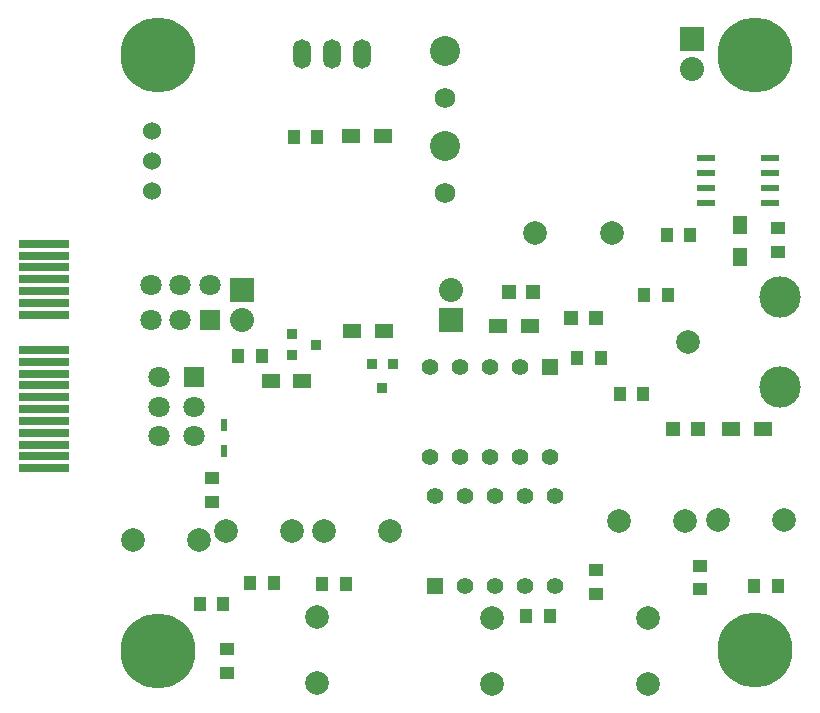
<source format=gts>
%FSLAX46Y46*%
G04 Gerber Fmt 4.6, Leading zero omitted, Abs format (unit mm)*
G04 Created by KiCad (PCBNEW (2014-10-27 BZR 5228)-product) date 16/06/2015 16:22:24*
%MOMM*%
G01*
G04 APERTURE LIST*
%ADD10C,0.100000*%
%ADD11R,1.000000X1.250000*%
%ADD12R,1.250000X1.000000*%
%ADD13R,4.200000X0.700000*%
%ADD14R,1.397000X1.397000*%
%ADD15C,1.397000*%
%ADD16C,1.998980*%
%ADD17C,3.500000*%
%ADD18C,2.000000*%
%ADD19R,1.800000X1.800000*%
%ADD20C,1.800000*%
%ADD21C,2.540000*%
%ADD22C,1.727200*%
%ADD23R,1.550000X0.600000*%
%ADD24C,1.524000*%
%ADD25O,1.501140X2.499360*%
%ADD26R,1.500000X1.300000*%
%ADD27R,1.300000X1.500000*%
%ADD28R,1.198880X1.198880*%
%ADD29C,6.350000*%
%ADD30R,2.032000X2.032000*%
%ADD31O,2.032000X2.032000*%
%ADD32R,0.914400X0.914400*%
%ADD33R,0.599440X1.000760*%
G04 APERTURE END LIST*
D10*
D11*
X148950000Y-84200000D03*
X146950000Y-84200000D03*
X142650000Y-86000000D03*
X144650000Y-86000000D03*
D12*
X143700000Y-77350000D03*
X143700000Y-75350000D03*
X144950000Y-89850000D03*
X144950000Y-91850000D03*
X185000000Y-84750000D03*
X185000000Y-82750000D03*
X176175000Y-83125000D03*
X176175000Y-85125000D03*
D11*
X189600000Y-84500000D03*
X191600000Y-84500000D03*
X152600000Y-46450000D03*
X150600000Y-46450000D03*
D12*
X191600000Y-54200000D03*
X191600000Y-56200000D03*
D13*
X129500000Y-74500000D03*
X129500000Y-73500000D03*
X129500000Y-72500000D03*
X129500000Y-71500000D03*
X129500000Y-70500000D03*
X129500000Y-69500000D03*
X129500000Y-68500000D03*
X129500000Y-67500000D03*
X129500000Y-66500000D03*
X129500000Y-65500000D03*
X129500000Y-64500000D03*
X129500000Y-61500000D03*
X129500000Y-60500000D03*
X129500000Y-59500000D03*
X129500000Y-58500000D03*
X129500000Y-57500000D03*
X129500000Y-56500000D03*
X129500000Y-55500000D03*
D14*
X162560000Y-84455000D03*
D15*
X165100000Y-84455000D03*
X167640000Y-84455000D03*
X170180000Y-84455000D03*
X172720000Y-84455000D03*
X172720000Y-76835000D03*
X170180000Y-76835000D03*
X167640000Y-76835000D03*
X165100000Y-76835000D03*
X162560000Y-76835000D03*
D14*
X172339000Y-65913000D03*
D15*
X169799000Y-65913000D03*
X167259000Y-65913000D03*
X164719000Y-65913000D03*
X162179000Y-65913000D03*
X162179000Y-73533000D03*
X164719000Y-73533000D03*
X167259000Y-73533000D03*
X169799000Y-73533000D03*
X172339000Y-73533000D03*
D16*
X158792000Y-79796000D03*
X153204000Y-79796000D03*
X142592000Y-80596000D03*
X137004000Y-80596000D03*
X152546000Y-87108000D03*
X152546000Y-92696000D03*
X144908000Y-79804000D03*
X150496000Y-79804000D03*
X183717000Y-78946000D03*
X178129000Y-78946000D03*
X180604000Y-92792000D03*
X180604000Y-87204000D03*
X167396000Y-87208000D03*
X167396000Y-92796000D03*
X186508000Y-78904000D03*
X192096000Y-78904000D03*
D17*
X191800000Y-67600000D03*
X191800000Y-60000000D03*
D18*
X184000000Y-63800000D03*
D19*
X142200000Y-66800000D03*
D20*
X142200000Y-69300000D03*
X139200000Y-66800000D03*
X142200000Y-71800000D03*
X139200000Y-71800000D03*
X139200000Y-69300000D03*
D19*
X143500000Y-62000000D03*
D20*
X141000000Y-62000000D03*
X143500000Y-59000000D03*
X138500000Y-62000000D03*
X138500000Y-59000000D03*
X141000000Y-59000000D03*
D21*
X163461700Y-39199300D03*
D22*
X163461700Y-43199300D03*
D21*
X163461700Y-47199300D03*
D22*
X163461700Y-51199300D03*
D23*
X185501300Y-48234600D03*
X185501300Y-49504600D03*
X185501300Y-50774600D03*
X185501300Y-52044600D03*
X190901300Y-52044600D03*
X190901300Y-50774600D03*
X190901300Y-49504600D03*
X190901300Y-48234600D03*
D24*
X138600000Y-48460000D03*
X138600000Y-45920000D03*
X138600000Y-51000000D03*
D25*
X153893520Y-39451280D03*
X156433520Y-39451280D03*
X151353520Y-39451280D03*
D11*
X184200000Y-54800000D03*
X182200000Y-54800000D03*
D16*
X177599460Y-54600000D03*
X171000540Y-54600000D03*
D11*
X170300000Y-87000000D03*
X172300000Y-87000000D03*
D26*
X158200000Y-46400000D03*
X155500000Y-46400000D03*
D27*
X188400000Y-53950000D03*
X188400000Y-56650000D03*
D11*
X182300000Y-59800000D03*
X180300000Y-59800000D03*
D26*
X151350000Y-67150000D03*
X148650000Y-67150000D03*
D28*
X170899020Y-59550000D03*
X168800980Y-59550000D03*
X174100980Y-61750000D03*
X176199020Y-61750000D03*
X182750980Y-71200000D03*
X184849020Y-71200000D03*
D26*
X167950000Y-62500000D03*
X170650000Y-62500000D03*
X190350000Y-71200000D03*
X187650000Y-71200000D03*
D29*
X189700000Y-39500000D03*
X139100000Y-39500000D03*
X189700000Y-89900000D03*
X139100000Y-90000000D03*
D30*
X163950000Y-61950000D03*
D31*
X163950000Y-59410000D03*
D30*
X184300000Y-38200000D03*
D31*
X184300000Y-40740000D03*
D32*
X157211000Y-65684000D03*
X158989000Y-65684000D03*
X158100000Y-67716000D03*
X150484000Y-64939000D03*
X150484000Y-63161000D03*
X152516000Y-64050000D03*
D26*
X158250000Y-62900000D03*
X155550000Y-62900000D03*
D33*
X144750000Y-73049820D03*
X144750000Y-70850180D03*
D11*
X178200000Y-68200000D03*
X180200000Y-68200000D03*
X153025000Y-84275000D03*
X155025000Y-84275000D03*
X174600000Y-65150000D03*
X176600000Y-65150000D03*
D30*
X146200000Y-59400000D03*
D31*
X146200000Y-61940000D03*
D11*
X147900000Y-65000000D03*
X145900000Y-65000000D03*
M02*

</source>
